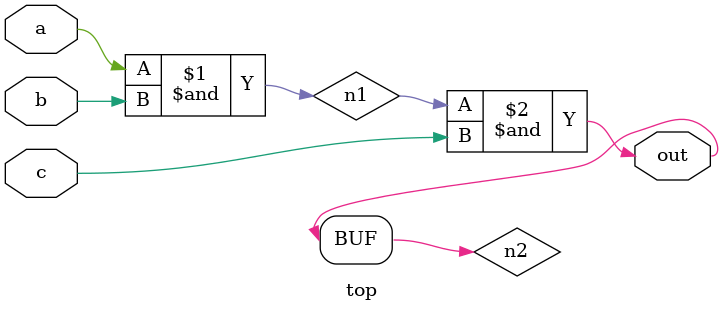
<source format=v>
module top (
    a , b , c , out );
    input a , b , c;
    output out;
    wire n1 , n2;
    assign n1 = a & b;
    assign n2 = n1 & c;
    assign out = n2;
endmodule
</source>
